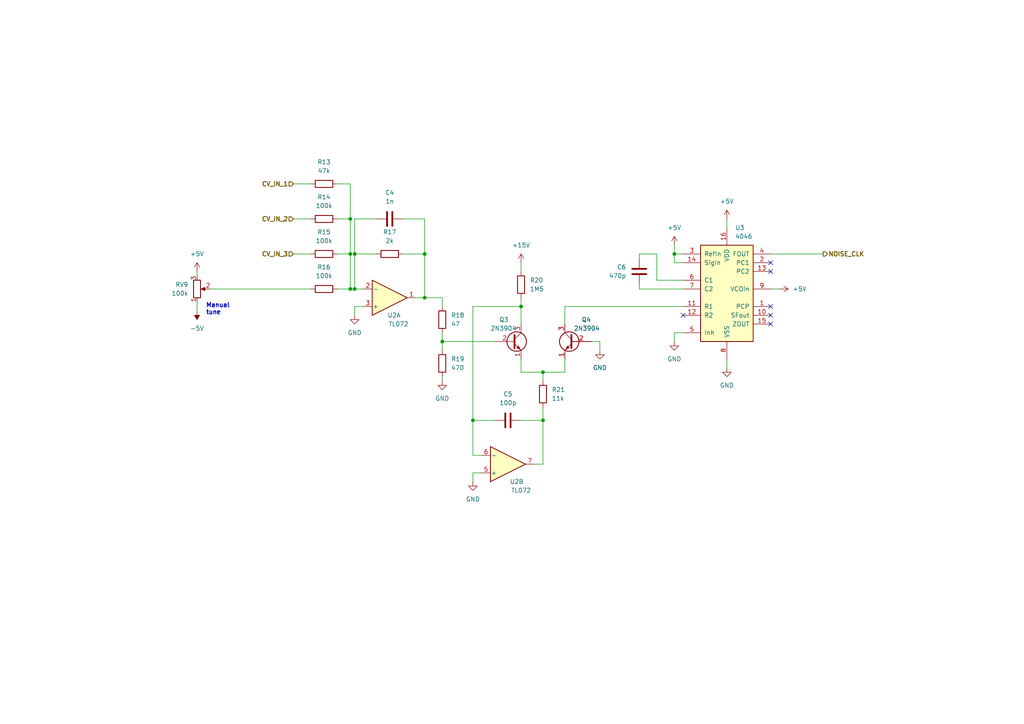
<source format=kicad_sch>
(kicad_sch (version 20230121) (generator eeschema)
  (paper "A4")
  (title_block (title "J.P. Fundrums") (date "2023-02-02") (rev "0") (comment 1 "creativecommons.org/licences/by/4.0/") (comment 2 "Licence: CC by 4.0") (comment 3 "Author: Jordan Aceto"))
  (lib_symbols
    (symbol "4xxx:4046" (pin_names (offset 1.016))
      (property "Reference" "U" (at -7.62 13.97 0))
      (property "Value" "4046" (at -7.62 -16.51 0))
      (symbol "4046_1_0"
        (pin output line (at 12.7 -5.08 180) (length 5.08) (name "PCP") (number "1"))
        (pin output line (at 12.7 -7.62 180) (length 5.08) (name "SFout") (number "10"))
        (pin input line (at -12.7 -5.08 0) (length 5.08) (name "R1") (number "11"))
        (pin input line (at -12.7 -7.62 0) (length 5.08) (name "R2") (number "12"))
        (pin tri_state line (at 12.7 5.08 180) (length 5.08) (name "PC2") (number "13"))
        (pin input line (at -12.7 7.62 0) (length 5.08) (name "SigIn") (number "14"))
        (pin output line (at 12.7 -10.16 180) (length 5.08) (name "ZOUT") (number "15"))
        (pin power_in line (at 0 17.78 270) (length 5.08) (name "VDD") (number "16"))
        (pin output line (at 12.7 7.62 180) (length 5.08) (name "PC1") (number "2"))
        (pin input line (at -12.7 10.16 0) (length 5.08) (name "RefIn") (number "3"))
        (pin input line (at 12.7 10.16 180) (length 5.08) (name "FOUT") (number "4"))
        (pin input line (at -12.7 -12.7 0) (length 5.08) (name "Inh") (number "5"))
        (pin input line (at -12.7 2.54 0) (length 5.08) (name "C1") (number "6"))
        (pin input line (at -12.7 0 0) (length 5.08) (name "C2") (number "7"))
        (pin power_in line (at 0 -20.32 90) (length 5.08) (name "VSS") (number "8"))
        (pin input line (at 12.7 0 180) (length 5.08) (name "VCOin") (number "9"))
      )
      (symbol "4046_1_1"
        (rectangle (start -7.62 12.7) (end 7.62 -15.24) (stroke (width 0.254)) (fill (type background)))
      )
    )
    (symbol "Amplifier_Operational:TL072" (pin_names (offset 0.127))
      (property "Reference" "U" (at 0 5.08 0))
      (property "Value" "TL072" (at 0 -5.08 0))
      (symbol "TL072_1_1"
        (polyline (pts (xy -5.08 5.08) (xy 5.08 0) (xy -5.08 -5.08) (xy -5.08 5.08)) (stroke (width 0.254)) (fill (type background)))
        (pin output line (at 7.62 0 180) (length 2.54) (name "~") (number "1"))
        (pin input line (at -7.62 -2.54 0) (length 2.54) (name "-") (number "2"))
        (pin input line (at -7.62 2.54 0) (length 2.54) (name "+") (number "3"))
      )
      (symbol "TL072_2_1"
        (polyline (pts (xy -5.08 5.08) (xy 5.08 0) (xy -5.08 -5.08) (xy -5.08 5.08)) (stroke (width 0.254)) (fill (type background)))
        (pin input line (at -7.62 2.54 0) (length 2.54) (name "+") (number "5"))
        (pin input line (at -7.62 -2.54 0) (length 2.54) (name "-") (number "6"))
        (pin output line (at 7.62 0 180) (length 2.54) (name "~") (number "7"))
      )
      (symbol "TL072_3_1"
        (pin power_in line (at -2.54 -7.62 90) (length 3.81) (name "V-") (number "4"))
        (pin power_in line (at -2.54 7.62 270) (length 3.81) (name "V+") (number "8"))
      )
    )
    (symbol "Device:C" (pin_numbers hide) (pin_names (offset 0.254))
      (property "Reference" "C" (at 0.635 2.54 0))
      (property "Value" "C" (at 0.635 -2.54 0))
      (symbol "C_0_1"
        (polyline (pts (xy -2.032 -0.762) (xy 2.032 -0.762)) (stroke (width 0.508)))
        (polyline (pts (xy -2.032 0.762) (xy 2.032 0.762)) (stroke (width 0.508)))
      )
      (symbol "C_1_1"
        (pin passive line (at 0 3.81 270) (length 2.794) (name "~") (number "1"))
        (pin passive line (at 0 -3.81 90) (length 2.794) (name "~") (number "2"))
      )
    )
    (symbol "Device:R" (pin_numbers hide) (pin_names (offset 0))
      (property "Reference" "R" (at 2.032 0 90))
      (property "Value" "R" (at 0 0 90))
      (symbol "R_0_1"
        (rectangle (start -1.016 -2.54) (end 1.016 2.54) (stroke (width 0.254)))
      )
      (symbol "R_1_1"
        (pin passive line (at 0 3.81 270) (length 1.27) (name "~") (number "1"))
        (pin passive line (at 0 -3.81 90) (length 1.27) (name "~") (number "2"))
      )
    )
    (symbol "Device:R_Potentiometer" (pin_names (offset 1.016) hide)
      (property "Reference" "RV" (at -4.445 0 90))
      (property "Value" "R_Potentiometer" (at -2.54 0 90))
      (symbol "R_Potentiometer_0_1"
        (polyline (pts (xy 2.54 0) (xy 1.524 0)))
        (polyline (pts (xy 1.143 0) (xy 2.286 0.508) (xy 2.286 -0.508) (xy 1.143 0)) (fill (type outline)))
        (rectangle (start 1.016 2.54) (end -1.016 -2.54) (stroke (width 0.254)))
      )
      (symbol "R_Potentiometer_1_1"
        (pin passive line (at 0 3.81 270) (length 1.27) (name "1") (number "1"))
        (pin passive line (at 3.81 0 180) (length 1.27) (name "2") (number "2"))
        (pin passive line (at 0 -3.81 90) (length 1.27) (name "3") (number "3"))
      )
    )
    (symbol "Transistor_BJT:2N3904" (pin_names (offset 0) hide)
      (property "Reference" "Q" (at 5.08 1.905 0))
      (property "Value" "2N3904" (at 5.08 0 0))
      (symbol "2N3904_0_1"
        (polyline (pts (xy 0.635 0.635) (xy 2.54 2.54)))
        (polyline (pts (xy 0.635 -0.635) (xy 2.54 -2.54) (xy 2.54 -2.54)))
        (polyline (pts (xy 0.635 1.905) (xy 0.635 -1.905) (xy 0.635 -1.905)) (stroke (width 0.508)))
        (polyline (pts (xy 1.27 -1.778) (xy 1.778 -1.27) (xy 2.286 -2.286) (xy 1.27 -1.778) (xy 1.27 -1.778)) (fill (type outline)))
        (circle (center 1.27 0) (radius 2.8194) (stroke (width 0.254)))
      )
      (symbol "2N3904_1_1"
        (pin passive line (at 2.54 -5.08 90) (length 2.54) (name "E") (number "1"))
        (pin passive line (at -5.08 0 0) (length 5.715) (name "B") (number "2"))
        (pin passive line (at 2.54 5.08 270) (length 2.54) (name "C") (number "3"))
      )
    )
    (symbol "power:+15V" (power) (pin_names (offset 0))
      (property "Value" "+15V" (at 0 3.556 0))
      (symbol "+15V_0_1"
        (polyline (pts (xy -0.762 1.27) (xy 0 2.54)))
        (polyline (pts (xy 0 0) (xy 0 2.54)))
        (polyline (pts (xy 0 2.54) (xy 0.762 1.27)))
      )
      (symbol "+15V_1_1"
        (pin power_in line (at 0 0 90) (length 0) hide (name "+15V") (number "1"))
      )
    )
    (symbol "power:+5V" (power) (pin_names (offset 0))
      (property "Value" "+5V" (at 0 3.556 0))
      (symbol "+5V_0_1"
        (polyline (pts (xy -0.762 1.27) (xy 0 2.54)))
        (polyline (pts (xy 0 0) (xy 0 2.54)))
        (polyline (pts (xy 0 2.54) (xy 0.762 1.27)))
      )
      (symbol "+5V_1_1"
        (pin power_in line (at 0 0 90) (length 0) hide (name "+5V") (number "1"))
      )
    )
    (symbol "power:-5V" (power) (pin_names (offset 0))
      (property "Value" "-5V" (at 0 3.81 0))
      (symbol "-5V_0_0"
        (pin power_in line (at 0 0 90) (length 0) hide (name "-5V") (number "1"))
      )
      (symbol "-5V_0_1"
        (polyline (pts (xy 0 0) (xy 0 1.27) (xy 0.762 1.27) (xy 0 2.54) (xy -0.762 1.27) (xy 0 1.27)) (fill (type outline)))
      )
    )
    (symbol "power:GND" (power) (pin_names (offset 0))
      (property "Value" "GND" (at 0 -3.81 0))
      (symbol "GND_0_1"
        (polyline (pts (xy 0 0) (xy 0 -1.27) (xy 1.27 -1.27) (xy 0 -2.54) (xy -1.27 -1.27) (xy 0 -1.27)))
      )
      (symbol "GND_1_1"
        (pin power_in line (at 0 0 270) (length 0) hide (name "GND") (number "1"))
      )
    )
  )
  (junction (at 102.87 83.82))
  (junction (at 137.16 121.92))
  (junction (at 102.87 73.66))
  (junction (at 123.19 86.36))
  (junction (at 151.13 88.9))
  (junction (at 101.6 63.5))
  (junction (at 157.48 121.92))
  (junction (at 101.6 83.82))
  (junction (at 195.58 73.66))
  (junction (at 128.27 99.06))
  (junction (at 157.48 107.95))
  (junction (at 123.19 73.66))
  (junction (at 101.6 73.66))
  (no_connect (at 223.52 91.44))
  (no_connect (at 223.52 78.74))
  (no_connect (at 223.52 76.2))
  (no_connect (at 223.52 88.9))
  (no_connect (at 198.12 91.44))
  (no_connect (at 223.52 93.98))
  (wire (pts (xy 223.52 73.66) (xy 238.76 73.66)))
  (wire (pts (xy 185.42 73.66) (xy 190.5 73.66)))
  (wire (pts (xy 101.6 63.5) (xy 101.6 53.34)))
  (wire (pts (xy 128.27 99.06) (xy 143.51 99.06)))
  (wire (pts (xy 151.13 76.2) (xy 151.13 78.74)))
  (wire (pts (xy 151.13 121.92) (xy 157.48 121.92)))
  (wire (pts (xy 195.58 96.52) (xy 198.12 96.52)))
  (wire (pts (xy 190.5 81.28) (xy 198.12 81.28)))
  (wire (pts (xy 109.22 63.5) (xy 102.87 63.5)))
  (wire (pts (xy 157.48 121.92) (xy 157.48 134.62)))
  (wire (pts (xy 128.27 96.52) (xy 128.27 99.06)))
  (wire (pts (xy 195.58 96.52) (xy 195.58 99.06)))
  (wire (pts (xy 157.48 118.11) (xy 157.48 121.92)))
  (wire (pts (xy 137.16 88.9) (xy 151.13 88.9)))
  (wire (pts (xy 163.83 107.95) (xy 163.83 104.14)))
  (wire (pts (xy 101.6 73.66) (xy 101.6 63.5)))
  (wire (pts (xy 198.12 76.2) (xy 195.58 76.2)))
  (wire (pts (xy 137.16 121.92) (xy 137.16 88.9)))
  (wire (pts (xy 195.58 71.12) (xy 195.58 73.66)))
  (wire (pts (xy 102.87 83.82) (xy 102.87 73.66)))
  (wire (pts (xy 105.41 83.82) (xy 102.87 83.82)))
  (wire (pts (xy 97.79 73.66) (xy 101.6 73.66)))
  (wire (pts (xy 123.19 73.66) (xy 116.84 73.66)))
  (wire (pts (xy 195.58 73.66) (xy 198.12 73.66)))
  (wire (pts (xy 185.42 83.82) (xy 185.42 82.55)))
  (wire (pts (xy 226.06 83.82) (xy 223.52 83.82)))
  (wire (pts (xy 210.82 104.14) (xy 210.82 106.68)))
  (wire (pts (xy 60.96 83.82) (xy 90.17 83.82)))
  (wire (pts (xy 85.09 73.66) (xy 90.17 73.66)))
  (wire (pts (xy 102.87 91.44) (xy 102.87 88.9)))
  (wire (pts (xy 157.48 107.95) (xy 163.83 107.95)))
  (wire (pts (xy 151.13 107.95) (xy 157.48 107.95)))
  (wire (pts (xy 137.16 121.92) (xy 137.16 132.08)))
  (wire (pts (xy 128.27 86.36) (xy 123.19 86.36)))
  (wire (pts (xy 97.79 53.34) (xy 101.6 53.34)))
  (wire (pts (xy 123.19 86.36) (xy 123.19 73.66)))
  (wire (pts (xy 151.13 88.9) (xy 151.13 93.98)))
  (wire (pts (xy 85.09 63.5) (xy 90.17 63.5)))
  (wire (pts (xy 101.6 83.82) (xy 102.87 83.82)))
  (wire (pts (xy 190.5 73.66) (xy 190.5 81.28)))
  (wire (pts (xy 157.48 107.95) (xy 157.48 110.49)))
  (wire (pts (xy 116.84 63.5) (xy 123.19 63.5)))
  (wire (pts (xy 154.94 134.62) (xy 157.48 134.62)))
  (wire (pts (xy 195.58 76.2) (xy 195.58 73.66)))
  (wire (pts (xy 173.99 101.6) (xy 173.99 99.06)))
  (wire (pts (xy 137.16 137.16) (xy 139.7 137.16)))
  (wire (pts (xy 101.6 73.66) (xy 101.6 83.82)))
  (wire (pts (xy 128.27 109.22) (xy 128.27 110.49)))
  (wire (pts (xy 120.65 86.36) (xy 123.19 86.36)))
  (wire (pts (xy 128.27 88.9) (xy 128.27 86.36)))
  (wire (pts (xy 185.42 83.82) (xy 198.12 83.82)))
  (wire (pts (xy 163.83 88.9) (xy 163.83 93.98)))
  (wire (pts (xy 128.27 99.06) (xy 128.27 101.6)))
  (wire (pts (xy 123.19 63.5) (xy 123.19 73.66)))
  (wire (pts (xy 97.79 83.82) (xy 101.6 83.82)))
  (wire (pts (xy 97.79 63.5) (xy 101.6 63.5)))
  (wire (pts (xy 173.99 99.06) (xy 171.45 99.06)))
  (wire (pts (xy 102.87 73.66) (xy 109.22 73.66)))
  (wire (pts (xy 57.15 78.74) (xy 57.15 80.01)))
  (wire (pts (xy 57.15 87.63) (xy 57.15 90.17)))
  (wire (pts (xy 185.42 74.93) (xy 185.42 73.66)))
  (wire (pts (xy 143.51 121.92) (xy 137.16 121.92)))
  (wire (pts (xy 102.87 63.5) (xy 102.87 73.66)))
  (wire (pts (xy 102.87 88.9) (xy 105.41 88.9)))
  (wire (pts (xy 85.09 53.34) (xy 90.17 53.34)))
  (wire (pts (xy 151.13 104.14) (xy 151.13 107.95)))
  (wire (pts (xy 210.82 63.5) (xy 210.82 66.04)))
  (wire (pts (xy 137.16 139.7) (xy 137.16 137.16)))
  (wire (pts (xy 163.83 88.9) (xy 198.12 88.9)))
  (wire (pts (xy 151.13 86.36) (xy 151.13 88.9)))
  (wire (pts (xy 137.16 132.08) (xy 139.7 132.08)))
  (text "Manual\ntune" (at 59.69 91.44 0) (effects (font (size 1.27 1.27) bold) (justify left bottom)))
  (hierarchical_label "NOISE_CLK" (shape output) (at 238.76 73.66 0) (effects (font bold)))
  (hierarchical_label "CV_IN_3" (shape input) (at 85.09 73.66 180) (effects (font bold)))
  (hierarchical_label "CV_IN_2" (shape input) (at 85.09 63.5 180) (effects (font bold)))
  (hierarchical_label "CV_IN_1" (shape input) (at 85.09 53.34 180) (effects (font bold)))
  (symbol (lib_id "Device:C") (at 147.32 121.92 90) (unit 1)
    (property "Reference" "C5" (at 147.32 114.3 90))
    (property "Value" "100p" (at 147.32 116.84 90))
    (instances (project "fundrums" (path "" (reference "C5") (unit 1)) (path "" (reference "C29") (unit 1)) (path "" (reference "C53") (unit 1)) (path "" (reference "C77") (unit 1))))
  )
  (symbol (lib_id "Device:R") (at 113.03 73.66 90) (unit 1)
    (property "Reference" "R17" (at 113.03 67.31 90))
    (property "Value" "2k" (at 113.03 69.85 90))
    (instances (project "fundrums" (path "" (reference "R17") (unit 1)) (path "" (reference "R104") (unit 1)) (path "" (reference "R191") (unit 1)) (path "" (reference "R278") (unit 1))))
  )
  (symbol (lib_id "power:+15V") (at 151.13 76.2 0) (unit 1)
    (property "Reference" "#PWR0108" (effects hide))
    (property "Value" "+15V" (at 151.13 71.12 0))
    (instances (project "fundrums" (path "" (reference "#PWR0108") (unit 1)) (path "" (reference "#PWR0185") (unit 1)) (path "" (reference "#PWR0262") (unit 1)) (path "" (reference "#PWR0339") (unit 1))))
  )
  (symbol (lib_id "power:GND") (at 210.82 106.68 0) (unit 1)
    (property "Reference" "#PWR0113" (effects hide))
    (property "Value" "GND" (at 210.82 111.76 0))
    (instances (project "fundrums" (path "" (reference "#PWR0113") (unit 1)) (path "" (reference "#PWR0190") (unit 1)) (path "" (reference "#PWR0267") (unit 1)) (path "" (reference "#PWR0344") (unit 1))))
  )
  (symbol (lib_id "Device:R") (at 93.98 53.34 90) (unit 1)
    (property "Reference" "R13" (at 93.98 46.99 90))
    (property "Value" "47k" (at 93.98 49.53 90))
    (instances (project "fundrums" (path "" (reference "R13") (unit 1)) (path "" (reference "R100") (unit 1)) (path "" (reference "R187") (unit 1)) (path "" (reference "R274") (unit 1))))
  )
  (symbol (lib_id "Amplifier_Operational:TL072") (at 113.03 86.36 0) (mirror x) (unit 1)
    (property "Reference" "U2" (at 114.3 91.44 0))
    (property "Value" "TL072" (at 115.57 93.98 0))
    (property "Datasheet" "http://www.ti.com/lit/ds/symlink/tl071.pdf" (effects hide))
    (instances (project "fundrums" (path "" (reference "U2") (unit 1)) (path "" (reference "U16") (unit 1)) (path "" (reference "U29") (unit 1)) (path "" (reference "U41") (unit 1))))
  )
  (symbol (lib_id "Device:R_Potentiometer") (at 57.15 83.82 0) (mirror x) (unit 1)
    (property "Reference" "RV9" (at 54.61 82.5499 0) (effects (justify right)))
    (property "Value" "100k" (at 54.61 85.0899 0) (effects (justify right)))
    (instances (project "fundrums" (path "" (reference "RV9") (unit 1)) (path "" (reference "RV21") (unit 1)) (path "" (reference "RV33") (unit 1)) (path "" (reference "RV45") (unit 1))))
  )
  (symbol (lib_id "4xxx:4046") (at 210.82 83.82 0) (unit 1)
    (property "Reference" "U3" (at 213.1935 66.04 0) (effects (justify left)))
    (property "Value" "4046" (at 213.1935 68.58 0) (effects (justify left)))
    (property "Datasheet" "https://assets.nexperia.com/documents/data-sheet/HEF4046B.pdf" (effects hide))
    (instances (project "fundrums" (path "" (reference "U3") (unit 1)) (path "" (reference "U17") (unit 1)) (path "" (reference "U30") (unit 1)) (path "" (reference "U42") (unit 1))))
  )
  (symbol (lib_id "Device:C") (at 113.03 63.5 90) (unit 1)
    (property "Reference" "C4" (at 113.03 55.88 90))
    (property "Value" "1n" (at 113.03 58.42 90))
    (instances (project "fundrums" (path "" (reference "C4") (unit 1)) (path "" (reference "C28") (unit 1)) (path "" (reference "C52") (unit 1)) (path "" (reference "C76") (unit 1))))
  )
  (symbol (lib_id "power:+5V") (at 195.58 71.12 0) (unit 1)
    (property "Reference" "#PWR0110" (effects hide))
    (property "Value" "+5V" (at 195.58 66.04 0))
    (instances (project "fundrums" (path "" (reference "#PWR0110") (unit 1)) (path "" (reference "#PWR0187") (unit 1)) (path "" (reference "#PWR0264") (unit 1)) (path "" (reference "#PWR0341") (unit 1))))
  )
  (symbol (lib_id "Transistor_BJT:2N3904") (at 148.59 99.06 0) (unit 1)
    (property "Reference" "Q3" (at 144.78 92.71 0) (effects (justify left)))
    (property "Value" "2N3904" (at 142.24 95.25 0) (effects (justify left)))
    (property "Footprint" "Package_TO_SOT_THT:TO-92_Inline" (effects hide))
    (property "Datasheet" "https://www.onsemi.com/pub/Collateral/2N3903-D.PDF" (effects hide))
    (instances (project "fundrums" (path "" (reference "Q3") (unit 1)) (path "" (reference "Q9") (unit 1)) (path "" (reference "Q15") (unit 1)) (path "" (reference "Q21") (unit 1))))
  )
  (symbol (lib_id "power:-5V") (at 57.15 90.17 180) (unit 1)
    (property "Reference" "#PWR0404" (effects hide))
    (property "Value" "-5V" (at 57.15 95.25 0))
    (instances (project "fundrums" (path "" (reference "#PWR0404") (unit 1)) (path "" (reference "#PWR0405") (unit 1)) (path "" (reference "#PWR0406") (unit 1)) (path "" (reference "#PWR0407") (unit 1))))
  )
  (symbol (lib_id "power:+5V") (at 226.06 83.82 270) (unit 1)
    (property "Reference" "#PWR0114" (effects hide))
    (property "Value" "+5V" (at 229.87 83.8199 90) (effects (justify left)))
    (instances (project "fundrums" (path "" (reference "#PWR0114") (unit 1)) (path "" (reference "#PWR0191") (unit 1)) (path "" (reference "#PWR0268") (unit 1)) (path "" (reference "#PWR0345") (unit 1))))
  )
  (symbol (lib_id "Device:R") (at 93.98 63.5 90) (unit 1)
    (property "Reference" "R14" (at 93.98 57.15 90))
    (property "Value" "100k" (at 93.98 59.69 90))
    (instances (project "fundrums" (path "" (reference "R14") (unit 1)) (path "" (reference "R101") (unit 1)) (path "" (reference "R188") (unit 1)) (path "" (reference "R275") (unit 1))))
  )
  (symbol (lib_id "power:GND") (at 102.87 91.44 0) (unit 1)
    (property "Reference" "#PWR0105" (effects hide))
    (property "Value" "GND" (at 102.87 96.52 0))
    (instances (project "fundrums" (path "" (reference "#PWR0105") (unit 1)) (path "" (reference "#PWR0182") (unit 1)) (path "" (reference "#PWR0259") (unit 1)) (path "" (reference "#PWR0336") (unit 1))))
  )
  (symbol (lib_id "Device:R") (at 151.13 82.55 0) (unit 1)
    (property "Reference" "R20" (at 153.67 81.2799 0) (effects (justify left)))
    (property "Value" "1M5" (at 153.67 83.8199 0) (effects (justify left)))
    (instances (project "fundrums" (path "" (reference "R20") (unit 1)) (path "" (reference "R107") (unit 1)) (path "" (reference "R194") (unit 1)) (path "" (reference "R281") (unit 1))))
  )
  (symbol (lib_id "power:GND") (at 173.99 101.6 0) (mirror y) (unit 1)
    (property "Reference" "#PWR0109" (effects hide))
    (property "Value" "GND" (at 173.99 106.68 0))
    (instances (project "fundrums" (path "" (reference "#PWR0109") (unit 1)) (path "" (reference "#PWR0186") (unit 1)) (path "" (reference "#PWR0263") (unit 1)) (path "" (reference "#PWR0340") (unit 1))))
  )
  (symbol (lib_id "power:GND") (at 137.16 139.7 0) (unit 1)
    (property "Reference" "#PWR0107" (effects hide))
    (property "Value" "GND" (at 137.16 144.78 0))
    (instances (project "fundrums" (path "" (reference "#PWR0107") (unit 1)) (path "" (reference "#PWR0184") (unit 1)) (path "" (reference "#PWR0261") (unit 1)) (path "" (reference "#PWR0338") (unit 1))))
  )
  (symbol (lib_id "power:+5V") (at 210.82 63.5 0) (unit 1)
    (property "Reference" "#PWR0112" (effects hide))
    (property "Value" "+5V" (at 210.82 58.42 0))
    (instances (project "fundrums" (path "" (reference "#PWR0112") (unit 1)) (path "" (reference "#PWR0189") (unit 1)) (path "" (reference "#PWR0266") (unit 1)) (path "" (reference "#PWR0343") (unit 1))))
  )
  (symbol (lib_id "Device:R") (at 128.27 92.71 0) (unit 1)
    (property "Reference" "R18" (at 130.81 91.4399 0) (effects (justify left)))
    (property "Value" "47" (at 130.81 93.9799 0) (effects (justify left)))
    (instances (project "fundrums" (path "" (reference "R18") (unit 1)) (path "" (reference "R105") (unit 1)) (path "" (reference "R192") (unit 1)) (path "" (reference "R279") (unit 1))))
  )
  (symbol (lib_id "Device:R") (at 157.48 114.3 0) (unit 1)
    (property "Reference" "R21" (at 160.02 113.0299 0) (effects (justify left)))
    (property "Value" "11k" (at 160.02 115.5699 0) (effects (justify left)))
    (instances (project "fundrums" (path "" (reference "R21") (unit 1)) (path "" (reference "R108") (unit 1)) (path "" (reference "R195") (unit 1)) (path "" (reference "R282") (unit 1))))
  )
  (symbol (lib_id "power:GND") (at 195.58 99.06 0) (unit 1)
    (property "Reference" "#PWR0111" (effects hide))
    (property "Value" "GND" (at 195.58 104.14 0))
    (instances (project "fundrums" (path "" (reference "#PWR0111") (unit 1)) (path "" (reference "#PWR0188") (unit 1)) (path "" (reference "#PWR0265") (unit 1)) (path "" (reference "#PWR0342") (unit 1))))
  )
  (symbol (lib_id "Device:R") (at 93.98 73.66 90) (unit 1)
    (property "Reference" "R15" (at 93.98 67.31 90))
    (property "Value" "100k" (at 93.98 69.85 90))
    (instances (project "fundrums" (path "" (reference "R15") (unit 1)) (path "" (reference "R102") (unit 1)) (path "" (reference "R189") (unit 1)) (path "" (reference "R276") (unit 1))))
  )
  (symbol (lib_id "power:+5V") (at 57.15 78.74 0) (unit 1)
    (property "Reference" "#PWR0104" (effects hide))
    (property "Value" "+5V" (at 57.15 73.66 0))
    (instances (project "fundrums" (path "" (reference "#PWR0104") (unit 1)) (path "" (reference "#PWR0181") (unit 1)) (path "" (reference "#PWR0258") (unit 1)) (path "" (reference "#PWR0335") (unit 1))))
  )
  (symbol (lib_id "Device:R") (at 93.98 83.82 90) (unit 1)
    (property "Reference" "R16" (at 93.98 77.47 90))
    (property "Value" "100k" (at 93.98 80.01 90))
    (instances (project "fundrums" (path "" (reference "R16") (unit 1)) (path "" (reference "R103") (unit 1)) (path "" (reference "R190") (unit 1)) (path "" (reference "R277") (unit 1))))
  )
  (symbol (lib_id "Device:C") (at 185.42 78.74 0) (unit 1)
    (property "Reference" "C6" (at 181.61 77.4699 0) (effects (justify right)))
    (property "Value" "470p" (at 181.61 80.0099 0) (effects (justify right)))
    (instances (project "fundrums" (path "" (reference "C6") (unit 1)) (path "" (reference "C30") (unit 1)) (path "" (reference "C54") (unit 1)) (path "" (reference "C78") (unit 1))))
  )
  (symbol (lib_id "Device:R") (at 128.27 105.41 0) (unit 1)
    (property "Reference" "R19" (at 130.81 104.1399 0) (effects (justify left)))
    (property "Value" "470" (at 130.81 106.6799 0) (effects (justify left)))
    (instances (project "fundrums" (path "" (reference "R19") (unit 1)) (path "" (reference "R106") (unit 1)) (path "" (reference "R193") (unit 1)) (path "" (reference "R280") (unit 1))))
  )
  (symbol (lib_id "Transistor_BJT:2N3904") (at 166.37 99.06 0) (mirror y) (unit 1)
    (property "Reference" "Q4" (at 171.45 92.71 0) (effects (justify left)))
    (property "Value" "2N3904" (at 173.99 95.25 0) (effects (justify left)))
    (property "Footprint" "Package_TO_SOT_THT:TO-92_Inline" (effects hide))
    (property "Datasheet" "https://www.onsemi.com/pub/Collateral/2N3903-D.PDF" (effects hide))
    (instances (project "fundrums" (path "" (reference "Q4") (unit 1)) (path "" (reference "Q10") (unit 1)) (path "" (reference "Q16") (unit 1)) (path "" (reference "Q22") (unit 1))))
  )
  (symbol (lib_id "Amplifier_Operational:TL072") (at 147.32 134.62 0) (mirror x) (unit 2)
    (property "Reference" "U2" (at 149.86 139.7 0))
    (property "Value" "TL072" (at 151.13 142.24 0))
    (property "Datasheet" "http://www.ti.com/lit/ds/symlink/tl071.pdf" (effects hide))
    (instances (project "fundrums" (path "" (reference "U2") (unit 2)) (path "" (reference "U16") (unit 2)) (path "" (reference "U29") (unit 2)) (path "" (reference "U41") (unit 2))))
  )
  (symbol (lib_id "power:GND") (at 128.27 110.49 0) (unit 1)
    (property "Reference" "#PWR0106" (effects hide))
    (property "Value" "GND" (at 128.27 115.57 0))
    (instances (project "fundrums" (path "" (reference "#PWR0106") (unit 1)) (path "" (reference "#PWR0183") (unit 1)) (path "" (reference "#PWR0260") (unit 1)) (path "" (reference "#PWR0337") (unit 1))))
  )
)
</source>
